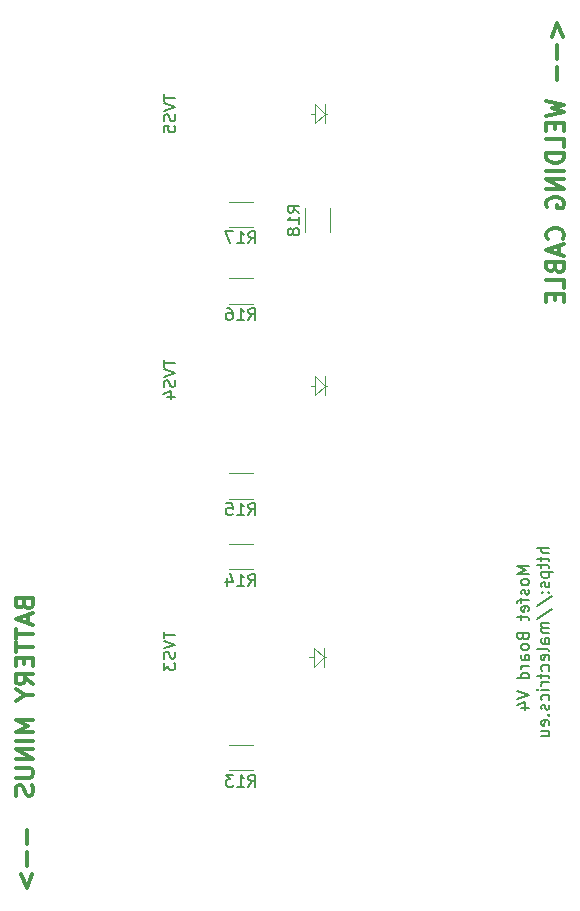
<source format=gbr>
G04 #@! TF.FileFunction,Legend,Bot*
%FSLAX46Y46*%
G04 Gerber Fmt 4.6, Leading zero omitted, Abs format (unit mm)*
G04 Created by KiCad (PCBNEW 4.0.4-stable) date 08/18/21 08:28:06*
%MOMM*%
%LPD*%
G01*
G04 APERTURE LIST*
%ADD10C,0.100000*%
%ADD11C,0.300000*%
%ADD12C,0.200000*%
%ADD13C,0.120000*%
%ADD14C,0.150000*%
G04 APERTURE END LIST*
D10*
D11*
X182378571Y-55957142D02*
X182807143Y-54814285D01*
X183235714Y-55957142D01*
X182807143Y-56671428D02*
X182807143Y-57814285D01*
X182807143Y-58528571D02*
X182807143Y-59671428D01*
X181878571Y-61385714D02*
X183378571Y-61742857D01*
X182307143Y-62028571D01*
X183378571Y-62314285D01*
X181878571Y-62671428D01*
X182592857Y-63242857D02*
X182592857Y-63742857D01*
X183378571Y-63957143D02*
X183378571Y-63242857D01*
X181878571Y-63242857D01*
X181878571Y-63957143D01*
X183378571Y-65314286D02*
X183378571Y-64600000D01*
X181878571Y-64600000D01*
X183378571Y-65814286D02*
X181878571Y-65814286D01*
X181878571Y-66171429D01*
X181950000Y-66385714D01*
X182092857Y-66528572D01*
X182235714Y-66600000D01*
X182521429Y-66671429D01*
X182735714Y-66671429D01*
X183021429Y-66600000D01*
X183164286Y-66528572D01*
X183307143Y-66385714D01*
X183378571Y-66171429D01*
X183378571Y-65814286D01*
X183378571Y-67314286D02*
X181878571Y-67314286D01*
X183378571Y-68028572D02*
X181878571Y-68028572D01*
X183378571Y-68885715D01*
X181878571Y-68885715D01*
X181950000Y-70385715D02*
X181878571Y-70242858D01*
X181878571Y-70028572D01*
X181950000Y-69814287D01*
X182092857Y-69671429D01*
X182235714Y-69600001D01*
X182521429Y-69528572D01*
X182735714Y-69528572D01*
X183021429Y-69600001D01*
X183164286Y-69671429D01*
X183307143Y-69814287D01*
X183378571Y-70028572D01*
X183378571Y-70171429D01*
X183307143Y-70385715D01*
X183235714Y-70457144D01*
X182735714Y-70457144D01*
X182735714Y-70171429D01*
X183235714Y-73100001D02*
X183307143Y-73028572D01*
X183378571Y-72814286D01*
X183378571Y-72671429D01*
X183307143Y-72457144D01*
X183164286Y-72314286D01*
X183021429Y-72242858D01*
X182735714Y-72171429D01*
X182521429Y-72171429D01*
X182235714Y-72242858D01*
X182092857Y-72314286D01*
X181950000Y-72457144D01*
X181878571Y-72671429D01*
X181878571Y-72814286D01*
X181950000Y-73028572D01*
X182021429Y-73100001D01*
X182950000Y-73671429D02*
X182950000Y-74385715D01*
X183378571Y-73528572D02*
X181878571Y-74028572D01*
X183378571Y-74528572D01*
X182592857Y-75528572D02*
X182664286Y-75742858D01*
X182735714Y-75814286D01*
X182878571Y-75885715D01*
X183092857Y-75885715D01*
X183235714Y-75814286D01*
X183307143Y-75742858D01*
X183378571Y-75600000D01*
X183378571Y-75028572D01*
X181878571Y-75028572D01*
X181878571Y-75528572D01*
X181950000Y-75671429D01*
X182021429Y-75742858D01*
X182164286Y-75814286D01*
X182307143Y-75814286D01*
X182450000Y-75742858D01*
X182521429Y-75671429D01*
X182592857Y-75528572D01*
X182592857Y-75028572D01*
X183378571Y-77242858D02*
X183378571Y-76528572D01*
X181878571Y-76528572D01*
X182592857Y-77742858D02*
X182592857Y-78242858D01*
X183378571Y-78457144D02*
X183378571Y-77742858D01*
X181878571Y-77742858D01*
X181878571Y-78457144D01*
X137642857Y-104000000D02*
X137714286Y-104214286D01*
X137785714Y-104285714D01*
X137928571Y-104357143D01*
X138142857Y-104357143D01*
X138285714Y-104285714D01*
X138357143Y-104214286D01*
X138428571Y-104071428D01*
X138428571Y-103500000D01*
X136928571Y-103500000D01*
X136928571Y-104000000D01*
X137000000Y-104142857D01*
X137071429Y-104214286D01*
X137214286Y-104285714D01*
X137357143Y-104285714D01*
X137500000Y-104214286D01*
X137571429Y-104142857D01*
X137642857Y-104000000D01*
X137642857Y-103500000D01*
X138000000Y-104928571D02*
X138000000Y-105642857D01*
X138428571Y-104785714D02*
X136928571Y-105285714D01*
X138428571Y-105785714D01*
X136928571Y-106071428D02*
X136928571Y-106928571D01*
X138428571Y-106500000D02*
X136928571Y-106500000D01*
X136928571Y-107214285D02*
X136928571Y-108071428D01*
X138428571Y-107642857D02*
X136928571Y-107642857D01*
X137642857Y-108571428D02*
X137642857Y-109071428D01*
X138428571Y-109285714D02*
X138428571Y-108571428D01*
X136928571Y-108571428D01*
X136928571Y-109285714D01*
X138428571Y-110785714D02*
X137714286Y-110285714D01*
X138428571Y-109928571D02*
X136928571Y-109928571D01*
X136928571Y-110499999D01*
X137000000Y-110642857D01*
X137071429Y-110714285D01*
X137214286Y-110785714D01*
X137428571Y-110785714D01*
X137571429Y-110714285D01*
X137642857Y-110642857D01*
X137714286Y-110499999D01*
X137714286Y-109928571D01*
X137714286Y-111714285D02*
X138428571Y-111714285D01*
X136928571Y-111214285D02*
X137714286Y-111714285D01*
X136928571Y-112214285D01*
X138428571Y-113857142D02*
X136928571Y-113857142D01*
X138000000Y-114357142D01*
X136928571Y-114857142D01*
X138428571Y-114857142D01*
X138428571Y-115571428D02*
X136928571Y-115571428D01*
X138428571Y-116285714D02*
X136928571Y-116285714D01*
X138428571Y-117142857D01*
X136928571Y-117142857D01*
X136928571Y-117857143D02*
X138142857Y-117857143D01*
X138285714Y-117928571D01*
X138357143Y-118000000D01*
X138428571Y-118142857D01*
X138428571Y-118428571D01*
X138357143Y-118571429D01*
X138285714Y-118642857D01*
X138142857Y-118714286D01*
X136928571Y-118714286D01*
X138357143Y-119357143D02*
X138428571Y-119571429D01*
X138428571Y-119928572D01*
X138357143Y-120071429D01*
X138285714Y-120142858D01*
X138142857Y-120214286D01*
X138000000Y-120214286D01*
X137857143Y-120142858D01*
X137785714Y-120071429D01*
X137714286Y-119928572D01*
X137642857Y-119642858D01*
X137571429Y-119500000D01*
X137500000Y-119428572D01*
X137357143Y-119357143D01*
X137214286Y-119357143D01*
X137071429Y-119428572D01*
X137000000Y-119500000D01*
X136928571Y-119642858D01*
X136928571Y-120000000D01*
X137000000Y-120214286D01*
X137857143Y-123142857D02*
X137857143Y-124285714D01*
X137857143Y-125000000D02*
X137857143Y-126142857D01*
X137428571Y-126857143D02*
X137857143Y-128000000D01*
X138285714Y-126857143D01*
D10*
X163100000Y-63200000D02*
X163100000Y-63300000D01*
X163100000Y-62500000D02*
X163300000Y-62500000D01*
X162300000Y-62500000D02*
X161900000Y-62500000D01*
X162300000Y-63300000D02*
X162300000Y-63200000D01*
X163100000Y-62500000D02*
X162300000Y-63300000D01*
X162300000Y-61700000D02*
X162300000Y-63200000D01*
X163100000Y-62500000D02*
X162300000Y-61700000D01*
X163100000Y-62500000D02*
X163100000Y-63200000D01*
X163100000Y-62500000D02*
X163100000Y-61700000D01*
X163000000Y-109200000D02*
X163000000Y-109300000D01*
X163000000Y-108500000D02*
X163200000Y-108500000D01*
X162200000Y-108500000D02*
X161800000Y-108500000D01*
X162200000Y-109300000D02*
X162200000Y-109200000D01*
X163000000Y-108500000D02*
X162200000Y-109300000D01*
X162200000Y-107700000D02*
X162200000Y-109200000D01*
X163000000Y-108500000D02*
X162200000Y-107700000D01*
X163000000Y-108500000D02*
X163000000Y-109200000D01*
X163000000Y-108500000D02*
X163000000Y-107700000D01*
X163100000Y-86200000D02*
X163100000Y-86300000D01*
X163100000Y-85500000D02*
X163300000Y-85500000D01*
X162300000Y-85500000D02*
X161900000Y-85500000D01*
X162300000Y-86300000D02*
X162300000Y-86200000D01*
X163100000Y-85500000D02*
X162300000Y-86300000D01*
X162300000Y-84700000D02*
X162300000Y-86200000D01*
X163100000Y-85500000D02*
X162300000Y-84700000D01*
X163100000Y-85500000D02*
X163100000Y-86200000D01*
X163100000Y-85500000D02*
X163100000Y-84700000D01*
D12*
X180402381Y-100795237D02*
X179402381Y-100795237D01*
X180116667Y-101128571D01*
X179402381Y-101461904D01*
X180402381Y-101461904D01*
X180402381Y-102080951D02*
X180354762Y-101985713D01*
X180307143Y-101938094D01*
X180211905Y-101890475D01*
X179926190Y-101890475D01*
X179830952Y-101938094D01*
X179783333Y-101985713D01*
X179735714Y-102080951D01*
X179735714Y-102223809D01*
X179783333Y-102319047D01*
X179830952Y-102366666D01*
X179926190Y-102414285D01*
X180211905Y-102414285D01*
X180307143Y-102366666D01*
X180354762Y-102319047D01*
X180402381Y-102223809D01*
X180402381Y-102080951D01*
X180354762Y-102795237D02*
X180402381Y-102890475D01*
X180402381Y-103080951D01*
X180354762Y-103176190D01*
X180259524Y-103223809D01*
X180211905Y-103223809D01*
X180116667Y-103176190D01*
X180069048Y-103080951D01*
X180069048Y-102938094D01*
X180021429Y-102842856D01*
X179926190Y-102795237D01*
X179878571Y-102795237D01*
X179783333Y-102842856D01*
X179735714Y-102938094D01*
X179735714Y-103080951D01*
X179783333Y-103176190D01*
X179735714Y-103509523D02*
X179735714Y-103890475D01*
X180402381Y-103652380D02*
X179545238Y-103652380D01*
X179450000Y-103699999D01*
X179402381Y-103795237D01*
X179402381Y-103890475D01*
X180354762Y-104604762D02*
X180402381Y-104509524D01*
X180402381Y-104319047D01*
X180354762Y-104223809D01*
X180259524Y-104176190D01*
X179878571Y-104176190D01*
X179783333Y-104223809D01*
X179735714Y-104319047D01*
X179735714Y-104509524D01*
X179783333Y-104604762D01*
X179878571Y-104652381D01*
X179973810Y-104652381D01*
X180069048Y-104176190D01*
X179735714Y-104938095D02*
X179735714Y-105319047D01*
X179402381Y-105080952D02*
X180259524Y-105080952D01*
X180354762Y-105128571D01*
X180402381Y-105223809D01*
X180402381Y-105319047D01*
X179878571Y-106747620D02*
X179926190Y-106890477D01*
X179973810Y-106938096D01*
X180069048Y-106985715D01*
X180211905Y-106985715D01*
X180307143Y-106938096D01*
X180354762Y-106890477D01*
X180402381Y-106795239D01*
X180402381Y-106414286D01*
X179402381Y-106414286D01*
X179402381Y-106747620D01*
X179450000Y-106842858D01*
X179497619Y-106890477D01*
X179592857Y-106938096D01*
X179688095Y-106938096D01*
X179783333Y-106890477D01*
X179830952Y-106842858D01*
X179878571Y-106747620D01*
X179878571Y-106414286D01*
X180402381Y-107557143D02*
X180354762Y-107461905D01*
X180307143Y-107414286D01*
X180211905Y-107366667D01*
X179926190Y-107366667D01*
X179830952Y-107414286D01*
X179783333Y-107461905D01*
X179735714Y-107557143D01*
X179735714Y-107700001D01*
X179783333Y-107795239D01*
X179830952Y-107842858D01*
X179926190Y-107890477D01*
X180211905Y-107890477D01*
X180307143Y-107842858D01*
X180354762Y-107795239D01*
X180402381Y-107700001D01*
X180402381Y-107557143D01*
X180402381Y-108747620D02*
X179878571Y-108747620D01*
X179783333Y-108700001D01*
X179735714Y-108604763D01*
X179735714Y-108414286D01*
X179783333Y-108319048D01*
X180354762Y-108747620D02*
X180402381Y-108652382D01*
X180402381Y-108414286D01*
X180354762Y-108319048D01*
X180259524Y-108271429D01*
X180164286Y-108271429D01*
X180069048Y-108319048D01*
X180021429Y-108414286D01*
X180021429Y-108652382D01*
X179973810Y-108747620D01*
X180402381Y-109223810D02*
X179735714Y-109223810D01*
X179926190Y-109223810D02*
X179830952Y-109271429D01*
X179783333Y-109319048D01*
X179735714Y-109414286D01*
X179735714Y-109509525D01*
X180402381Y-110271430D02*
X179402381Y-110271430D01*
X180354762Y-110271430D02*
X180402381Y-110176192D01*
X180402381Y-109985715D01*
X180354762Y-109890477D01*
X180307143Y-109842858D01*
X180211905Y-109795239D01*
X179926190Y-109795239D01*
X179830952Y-109842858D01*
X179783333Y-109890477D01*
X179735714Y-109985715D01*
X179735714Y-110176192D01*
X179783333Y-110271430D01*
X179402381Y-111366668D02*
X180402381Y-111700001D01*
X179402381Y-112033335D01*
X179735714Y-112795240D02*
X180402381Y-112795240D01*
X179354762Y-112557144D02*
X180069048Y-112319049D01*
X180069048Y-112938097D01*
X182102381Y-99247618D02*
X181102381Y-99247618D01*
X182102381Y-99676190D02*
X181578571Y-99676190D01*
X181483333Y-99628571D01*
X181435714Y-99533333D01*
X181435714Y-99390475D01*
X181483333Y-99295237D01*
X181530952Y-99247618D01*
X181435714Y-100009523D02*
X181435714Y-100390475D01*
X181102381Y-100152380D02*
X181959524Y-100152380D01*
X182054762Y-100199999D01*
X182102381Y-100295237D01*
X182102381Y-100390475D01*
X181435714Y-100580952D02*
X181435714Y-100961904D01*
X181102381Y-100723809D02*
X181959524Y-100723809D01*
X182054762Y-100771428D01*
X182102381Y-100866666D01*
X182102381Y-100961904D01*
X181435714Y-101295238D02*
X182435714Y-101295238D01*
X181483333Y-101295238D02*
X181435714Y-101390476D01*
X181435714Y-101580953D01*
X181483333Y-101676191D01*
X181530952Y-101723810D01*
X181626190Y-101771429D01*
X181911905Y-101771429D01*
X182007143Y-101723810D01*
X182054762Y-101676191D01*
X182102381Y-101580953D01*
X182102381Y-101390476D01*
X182054762Y-101295238D01*
X182054762Y-102152381D02*
X182102381Y-102247619D01*
X182102381Y-102438095D01*
X182054762Y-102533334D01*
X181959524Y-102580953D01*
X181911905Y-102580953D01*
X181816667Y-102533334D01*
X181769048Y-102438095D01*
X181769048Y-102295238D01*
X181721429Y-102200000D01*
X181626190Y-102152381D01*
X181578571Y-102152381D01*
X181483333Y-102200000D01*
X181435714Y-102295238D01*
X181435714Y-102438095D01*
X181483333Y-102533334D01*
X182007143Y-103009524D02*
X182054762Y-103057143D01*
X182102381Y-103009524D01*
X182054762Y-102961905D01*
X182007143Y-103009524D01*
X182102381Y-103009524D01*
X181483333Y-103009524D02*
X181530952Y-103057143D01*
X181578571Y-103009524D01*
X181530952Y-102961905D01*
X181483333Y-103009524D01*
X181578571Y-103009524D01*
X181054762Y-104200000D02*
X182340476Y-103342857D01*
X181054762Y-105247619D02*
X182340476Y-104390476D01*
X182102381Y-105580952D02*
X181435714Y-105580952D01*
X181530952Y-105580952D02*
X181483333Y-105628571D01*
X181435714Y-105723809D01*
X181435714Y-105866667D01*
X181483333Y-105961905D01*
X181578571Y-106009524D01*
X182102381Y-106009524D01*
X181578571Y-106009524D02*
X181483333Y-106057143D01*
X181435714Y-106152381D01*
X181435714Y-106295238D01*
X181483333Y-106390476D01*
X181578571Y-106438095D01*
X182102381Y-106438095D01*
X182102381Y-107342857D02*
X181578571Y-107342857D01*
X181483333Y-107295238D01*
X181435714Y-107200000D01*
X181435714Y-107009523D01*
X181483333Y-106914285D01*
X182054762Y-107342857D02*
X182102381Y-107247619D01*
X182102381Y-107009523D01*
X182054762Y-106914285D01*
X181959524Y-106866666D01*
X181864286Y-106866666D01*
X181769048Y-106914285D01*
X181721429Y-107009523D01*
X181721429Y-107247619D01*
X181673810Y-107342857D01*
X182102381Y-107961904D02*
X182054762Y-107866666D01*
X181959524Y-107819047D01*
X181102381Y-107819047D01*
X182054762Y-108723810D02*
X182102381Y-108628572D01*
X182102381Y-108438095D01*
X182054762Y-108342857D01*
X181959524Y-108295238D01*
X181578571Y-108295238D01*
X181483333Y-108342857D01*
X181435714Y-108438095D01*
X181435714Y-108628572D01*
X181483333Y-108723810D01*
X181578571Y-108771429D01*
X181673810Y-108771429D01*
X181769048Y-108295238D01*
X182054762Y-109628572D02*
X182102381Y-109533334D01*
X182102381Y-109342857D01*
X182054762Y-109247619D01*
X182007143Y-109200000D01*
X181911905Y-109152381D01*
X181626190Y-109152381D01*
X181530952Y-109200000D01*
X181483333Y-109247619D01*
X181435714Y-109342857D01*
X181435714Y-109533334D01*
X181483333Y-109628572D01*
X181435714Y-109914286D02*
X181435714Y-110295238D01*
X181102381Y-110057143D02*
X181959524Y-110057143D01*
X182054762Y-110104762D01*
X182102381Y-110200000D01*
X182102381Y-110295238D01*
X182102381Y-110628572D02*
X181435714Y-110628572D01*
X181626190Y-110628572D02*
X181530952Y-110676191D01*
X181483333Y-110723810D01*
X181435714Y-110819048D01*
X181435714Y-110914287D01*
X182102381Y-111247620D02*
X181435714Y-111247620D01*
X181102381Y-111247620D02*
X181150000Y-111200001D01*
X181197619Y-111247620D01*
X181150000Y-111295239D01*
X181102381Y-111247620D01*
X181197619Y-111247620D01*
X182054762Y-112152382D02*
X182102381Y-112057144D01*
X182102381Y-111866667D01*
X182054762Y-111771429D01*
X182007143Y-111723810D01*
X181911905Y-111676191D01*
X181626190Y-111676191D01*
X181530952Y-111723810D01*
X181483333Y-111771429D01*
X181435714Y-111866667D01*
X181435714Y-112057144D01*
X181483333Y-112152382D01*
X182054762Y-112533334D02*
X182102381Y-112628572D01*
X182102381Y-112819048D01*
X182054762Y-112914287D01*
X181959524Y-112961906D01*
X181911905Y-112961906D01*
X181816667Y-112914287D01*
X181769048Y-112819048D01*
X181769048Y-112676191D01*
X181721429Y-112580953D01*
X181626190Y-112533334D01*
X181578571Y-112533334D01*
X181483333Y-112580953D01*
X181435714Y-112676191D01*
X181435714Y-112819048D01*
X181483333Y-112914287D01*
X182007143Y-113390477D02*
X182054762Y-113438096D01*
X182102381Y-113390477D01*
X182054762Y-113342858D01*
X182007143Y-113390477D01*
X182102381Y-113390477D01*
X182054762Y-114247620D02*
X182102381Y-114152382D01*
X182102381Y-113961905D01*
X182054762Y-113866667D01*
X181959524Y-113819048D01*
X181578571Y-113819048D01*
X181483333Y-113866667D01*
X181435714Y-113961905D01*
X181435714Y-114152382D01*
X181483333Y-114247620D01*
X181578571Y-114295239D01*
X181673810Y-114295239D01*
X181769048Y-113819048D01*
X181435714Y-115152382D02*
X182102381Y-115152382D01*
X181435714Y-114723810D02*
X181959524Y-114723810D01*
X182054762Y-114771429D01*
X182102381Y-114866667D01*
X182102381Y-115009525D01*
X182054762Y-115104763D01*
X182007143Y-115152382D01*
D13*
X157000000Y-115930000D02*
X155000000Y-115930000D01*
X155000000Y-118070000D02*
X157000000Y-118070000D01*
X157000000Y-98930000D02*
X155000000Y-98930000D01*
X155000000Y-101070000D02*
X157000000Y-101070000D01*
X157000000Y-92930000D02*
X155000000Y-92930000D01*
X155000000Y-95070000D02*
X157000000Y-95070000D01*
X157000000Y-76430000D02*
X155000000Y-76430000D01*
X155000000Y-78570000D02*
X157000000Y-78570000D01*
X157000000Y-69930000D02*
X155000000Y-69930000D01*
X155000000Y-72070000D02*
X157000000Y-72070000D01*
X163570000Y-72500000D02*
X163570000Y-70500000D01*
X161430000Y-70500000D02*
X161430000Y-72500000D01*
D14*
X156642857Y-119452381D02*
X156976191Y-118976190D01*
X157214286Y-119452381D02*
X157214286Y-118452381D01*
X156833333Y-118452381D01*
X156738095Y-118500000D01*
X156690476Y-118547619D01*
X156642857Y-118642857D01*
X156642857Y-118785714D01*
X156690476Y-118880952D01*
X156738095Y-118928571D01*
X156833333Y-118976190D01*
X157214286Y-118976190D01*
X155690476Y-119452381D02*
X156261905Y-119452381D01*
X155976191Y-119452381D02*
X155976191Y-118452381D01*
X156071429Y-118595238D01*
X156166667Y-118690476D01*
X156261905Y-118738095D01*
X155357143Y-118452381D02*
X154738095Y-118452381D01*
X155071429Y-118833333D01*
X154928571Y-118833333D01*
X154833333Y-118880952D01*
X154785714Y-118928571D01*
X154738095Y-119023810D01*
X154738095Y-119261905D01*
X154785714Y-119357143D01*
X154833333Y-119404762D01*
X154928571Y-119452381D01*
X155214286Y-119452381D01*
X155309524Y-119404762D01*
X155357143Y-119357143D01*
X156642857Y-102452381D02*
X156976191Y-101976190D01*
X157214286Y-102452381D02*
X157214286Y-101452381D01*
X156833333Y-101452381D01*
X156738095Y-101500000D01*
X156690476Y-101547619D01*
X156642857Y-101642857D01*
X156642857Y-101785714D01*
X156690476Y-101880952D01*
X156738095Y-101928571D01*
X156833333Y-101976190D01*
X157214286Y-101976190D01*
X155690476Y-102452381D02*
X156261905Y-102452381D01*
X155976191Y-102452381D02*
X155976191Y-101452381D01*
X156071429Y-101595238D01*
X156166667Y-101690476D01*
X156261905Y-101738095D01*
X154833333Y-101785714D02*
X154833333Y-102452381D01*
X155071429Y-101404762D02*
X155309524Y-102119048D01*
X154690476Y-102119048D01*
X156642857Y-96452381D02*
X156976191Y-95976190D01*
X157214286Y-96452381D02*
X157214286Y-95452381D01*
X156833333Y-95452381D01*
X156738095Y-95500000D01*
X156690476Y-95547619D01*
X156642857Y-95642857D01*
X156642857Y-95785714D01*
X156690476Y-95880952D01*
X156738095Y-95928571D01*
X156833333Y-95976190D01*
X157214286Y-95976190D01*
X155690476Y-96452381D02*
X156261905Y-96452381D01*
X155976191Y-96452381D02*
X155976191Y-95452381D01*
X156071429Y-95595238D01*
X156166667Y-95690476D01*
X156261905Y-95738095D01*
X154785714Y-95452381D02*
X155261905Y-95452381D01*
X155309524Y-95928571D01*
X155261905Y-95880952D01*
X155166667Y-95833333D01*
X154928571Y-95833333D01*
X154833333Y-95880952D01*
X154785714Y-95928571D01*
X154738095Y-96023810D01*
X154738095Y-96261905D01*
X154785714Y-96357143D01*
X154833333Y-96404762D01*
X154928571Y-96452381D01*
X155166667Y-96452381D01*
X155261905Y-96404762D01*
X155309524Y-96357143D01*
X156642857Y-79952381D02*
X156976191Y-79476190D01*
X157214286Y-79952381D02*
X157214286Y-78952381D01*
X156833333Y-78952381D01*
X156738095Y-79000000D01*
X156690476Y-79047619D01*
X156642857Y-79142857D01*
X156642857Y-79285714D01*
X156690476Y-79380952D01*
X156738095Y-79428571D01*
X156833333Y-79476190D01*
X157214286Y-79476190D01*
X155690476Y-79952381D02*
X156261905Y-79952381D01*
X155976191Y-79952381D02*
X155976191Y-78952381D01*
X156071429Y-79095238D01*
X156166667Y-79190476D01*
X156261905Y-79238095D01*
X154833333Y-78952381D02*
X155023810Y-78952381D01*
X155119048Y-79000000D01*
X155166667Y-79047619D01*
X155261905Y-79190476D01*
X155309524Y-79380952D01*
X155309524Y-79761905D01*
X155261905Y-79857143D01*
X155214286Y-79904762D01*
X155119048Y-79952381D01*
X154928571Y-79952381D01*
X154833333Y-79904762D01*
X154785714Y-79857143D01*
X154738095Y-79761905D01*
X154738095Y-79523810D01*
X154785714Y-79428571D01*
X154833333Y-79380952D01*
X154928571Y-79333333D01*
X155119048Y-79333333D01*
X155214286Y-79380952D01*
X155261905Y-79428571D01*
X155309524Y-79523810D01*
X156642857Y-73452381D02*
X156976191Y-72976190D01*
X157214286Y-73452381D02*
X157214286Y-72452381D01*
X156833333Y-72452381D01*
X156738095Y-72500000D01*
X156690476Y-72547619D01*
X156642857Y-72642857D01*
X156642857Y-72785714D01*
X156690476Y-72880952D01*
X156738095Y-72928571D01*
X156833333Y-72976190D01*
X157214286Y-72976190D01*
X155690476Y-73452381D02*
X156261905Y-73452381D01*
X155976191Y-73452381D02*
X155976191Y-72452381D01*
X156071429Y-72595238D01*
X156166667Y-72690476D01*
X156261905Y-72738095D01*
X155357143Y-72452381D02*
X154690476Y-72452381D01*
X155119048Y-73452381D01*
X160952381Y-70857143D02*
X160476190Y-70523809D01*
X160952381Y-70285714D02*
X159952381Y-70285714D01*
X159952381Y-70666667D01*
X160000000Y-70761905D01*
X160047619Y-70809524D01*
X160142857Y-70857143D01*
X160285714Y-70857143D01*
X160380952Y-70809524D01*
X160428571Y-70761905D01*
X160476190Y-70666667D01*
X160476190Y-70285714D01*
X160952381Y-71809524D02*
X160952381Y-71238095D01*
X160952381Y-71523809D02*
X159952381Y-71523809D01*
X160095238Y-71428571D01*
X160190476Y-71333333D01*
X160238095Y-71238095D01*
X160380952Y-72380952D02*
X160333333Y-72285714D01*
X160285714Y-72238095D01*
X160190476Y-72190476D01*
X160142857Y-72190476D01*
X160047619Y-72238095D01*
X160000000Y-72285714D01*
X159952381Y-72380952D01*
X159952381Y-72571429D01*
X160000000Y-72666667D01*
X160047619Y-72714286D01*
X160142857Y-72761905D01*
X160190476Y-72761905D01*
X160285714Y-72714286D01*
X160333333Y-72666667D01*
X160380952Y-72571429D01*
X160380952Y-72380952D01*
X160428571Y-72285714D01*
X160476190Y-72238095D01*
X160571429Y-72190476D01*
X160761905Y-72190476D01*
X160857143Y-72238095D01*
X160904762Y-72285714D01*
X160952381Y-72380952D01*
X160952381Y-72571429D01*
X160904762Y-72666667D01*
X160857143Y-72714286D01*
X160761905Y-72761905D01*
X160571429Y-72761905D01*
X160476190Y-72714286D01*
X160428571Y-72666667D01*
X160380952Y-72571429D01*
X149452381Y-106333333D02*
X149452381Y-106904762D01*
X150452381Y-106619047D02*
X149452381Y-106619047D01*
X149452381Y-107095238D02*
X150452381Y-107428571D01*
X149452381Y-107761905D01*
X150404762Y-108047619D02*
X150452381Y-108190476D01*
X150452381Y-108428572D01*
X150404762Y-108523810D01*
X150357143Y-108571429D01*
X150261905Y-108619048D01*
X150166667Y-108619048D01*
X150071429Y-108571429D01*
X150023810Y-108523810D01*
X149976190Y-108428572D01*
X149928571Y-108238095D01*
X149880952Y-108142857D01*
X149833333Y-108095238D01*
X149738095Y-108047619D01*
X149642857Y-108047619D01*
X149547619Y-108095238D01*
X149500000Y-108142857D01*
X149452381Y-108238095D01*
X149452381Y-108476191D01*
X149500000Y-108619048D01*
X149452381Y-108952381D02*
X149452381Y-109571429D01*
X149833333Y-109238095D01*
X149833333Y-109380953D01*
X149880952Y-109476191D01*
X149928571Y-109523810D01*
X150023810Y-109571429D01*
X150261905Y-109571429D01*
X150357143Y-109523810D01*
X150404762Y-109476191D01*
X150452381Y-109380953D01*
X150452381Y-109095238D01*
X150404762Y-109000000D01*
X150357143Y-108952381D01*
X149452381Y-83333333D02*
X149452381Y-83904762D01*
X150452381Y-83619047D02*
X149452381Y-83619047D01*
X149452381Y-84095238D02*
X150452381Y-84428571D01*
X149452381Y-84761905D01*
X150404762Y-85047619D02*
X150452381Y-85190476D01*
X150452381Y-85428572D01*
X150404762Y-85523810D01*
X150357143Y-85571429D01*
X150261905Y-85619048D01*
X150166667Y-85619048D01*
X150071429Y-85571429D01*
X150023810Y-85523810D01*
X149976190Y-85428572D01*
X149928571Y-85238095D01*
X149880952Y-85142857D01*
X149833333Y-85095238D01*
X149738095Y-85047619D01*
X149642857Y-85047619D01*
X149547619Y-85095238D01*
X149500000Y-85142857D01*
X149452381Y-85238095D01*
X149452381Y-85476191D01*
X149500000Y-85619048D01*
X149785714Y-86476191D02*
X150452381Y-86476191D01*
X149404762Y-86238095D02*
X150119048Y-86000000D01*
X150119048Y-86619048D01*
X149452381Y-60833333D02*
X149452381Y-61404762D01*
X150452381Y-61119047D02*
X149452381Y-61119047D01*
X149452381Y-61595238D02*
X150452381Y-61928571D01*
X149452381Y-62261905D01*
X150404762Y-62547619D02*
X150452381Y-62690476D01*
X150452381Y-62928572D01*
X150404762Y-63023810D01*
X150357143Y-63071429D01*
X150261905Y-63119048D01*
X150166667Y-63119048D01*
X150071429Y-63071429D01*
X150023810Y-63023810D01*
X149976190Y-62928572D01*
X149928571Y-62738095D01*
X149880952Y-62642857D01*
X149833333Y-62595238D01*
X149738095Y-62547619D01*
X149642857Y-62547619D01*
X149547619Y-62595238D01*
X149500000Y-62642857D01*
X149452381Y-62738095D01*
X149452381Y-62976191D01*
X149500000Y-63119048D01*
X149452381Y-64023810D02*
X149452381Y-63547619D01*
X149928571Y-63500000D01*
X149880952Y-63547619D01*
X149833333Y-63642857D01*
X149833333Y-63880953D01*
X149880952Y-63976191D01*
X149928571Y-64023810D01*
X150023810Y-64071429D01*
X150261905Y-64071429D01*
X150357143Y-64023810D01*
X150404762Y-63976191D01*
X150452381Y-63880953D01*
X150452381Y-63642857D01*
X150404762Y-63547619D01*
X150357143Y-63500000D01*
M02*

</source>
